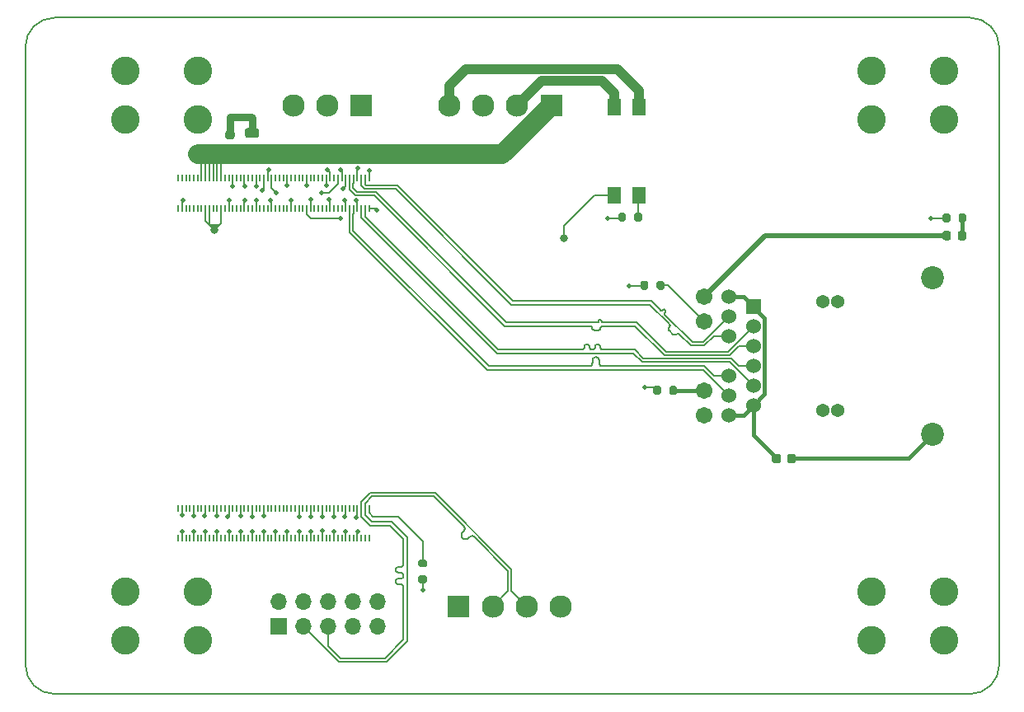
<source format=gbr>
%TF.GenerationSoftware,KiCad,Pcbnew,5.1.10*%
%TF.CreationDate,2021-07-27T11:18:45+02:00*%
%TF.ProjectId,lxbmc,6c78626d-632e-46b6-9963-61645f706362,rev?*%
%TF.SameCoordinates,Original*%
%TF.FileFunction,Copper,L1,Top*%
%TF.FilePolarity,Positive*%
%FSLAX45Y45*%
G04 Gerber Fmt 4.5, Leading zero omitted, Abs format (unit mm)*
G04 Created by KiCad (PCBNEW 5.1.10) date 2021-07-27 11:18:45*
%MOMM*%
%LPD*%
G01*
G04 APERTURE LIST*
%TA.AperFunction,Profile*%
%ADD10C,0.200000*%
%TD*%
%TA.AperFunction,ComponentPad*%
%ADD11C,2.925000*%
%TD*%
%TA.AperFunction,ComponentPad*%
%ADD12C,2.362200*%
%TD*%
%TA.AperFunction,ComponentPad*%
%ADD13C,1.524000*%
%TD*%
%TA.AperFunction,ComponentPad*%
%ADD14C,1.714500*%
%TD*%
%TA.AperFunction,ComponentPad*%
%ADD15C,1.371600*%
%TD*%
%TA.AperFunction,ComponentPad*%
%ADD16R,1.524000X1.524000*%
%TD*%
%TA.AperFunction,SMDPad,CuDef*%
%ADD17R,1.397000X1.701800*%
%TD*%
%TA.AperFunction,SMDPad,CuDef*%
%ADD18R,0.200000X0.700000*%
%TD*%
%TA.AperFunction,ComponentPad*%
%ADD19C,2.300000*%
%TD*%
%TA.AperFunction,ComponentPad*%
%ADD20R,2.300000X2.300000*%
%TD*%
%TA.AperFunction,ComponentPad*%
%ADD21R,1.700000X1.700000*%
%TD*%
%TA.AperFunction,ComponentPad*%
%ADD22O,1.700000X1.700000*%
%TD*%
%TA.AperFunction,ViaPad*%
%ADD23C,0.500000*%
%TD*%
%TA.AperFunction,ViaPad*%
%ADD24C,0.800000*%
%TD*%
%TA.AperFunction,Conductor*%
%ADD25C,0.200000*%
%TD*%
%TA.AperFunction,Conductor*%
%ADD26C,0.800000*%
%TD*%
%TA.AperFunction,Conductor*%
%ADD27C,0.400000*%
%TD*%
%TA.AperFunction,Conductor*%
%ADD28C,1.000000*%
%TD*%
%TA.AperFunction,Conductor*%
%ADD29C,2.000000*%
%TD*%
%TA.AperFunction,Conductor*%
%ADD30C,0.153162*%
%TD*%
%TA.AperFunction,Conductor*%
%ADD31C,0.500000*%
%TD*%
G04 APERTURE END LIST*
D10*
X300000Y-6950000D02*
G75*
G02*
X0Y-6650000I0J300000D01*
G01*
X0Y-300000D02*
G75*
G02*
X300000Y0I300000J0D01*
G01*
X10000000Y-6650000D02*
G75*
G02*
X9700000Y-6950000I-300000J0D01*
G01*
X9700000Y0D02*
G75*
G02*
X10000000Y-300000I0J-300000D01*
G01*
X300000Y0D02*
X9700000Y0D01*
X0Y-6650000D02*
X0Y-300000D01*
X10000000Y-300000D02*
X10000000Y-6650000D01*
X9700000Y-6950000D02*
X300000Y-6950000D01*
D11*
X8685000Y-6400000D03*
X9435000Y-6400000D03*
X8685000Y-5900000D03*
X9435000Y-5900000D03*
X9435000Y-550000D03*
X8685000Y-550000D03*
X9435000Y-1050000D03*
X8685000Y-1050000D03*
X1025000Y-6400000D03*
X1775000Y-6400000D03*
X1025000Y-5900000D03*
X1775000Y-5900000D03*
X1775000Y-550000D03*
X1025000Y-550000D03*
X1775000Y-1050000D03*
X1025000Y-1050000D03*
D12*
X9317500Y-2668550D03*
X9317500Y-4281450D03*
D13*
X7476000Y-3576600D03*
X7476000Y-3779800D03*
X7476000Y-3983000D03*
X7222000Y-3678200D03*
X7222000Y-3881400D03*
X7222000Y-4084600D03*
D14*
X6968000Y-2865400D03*
X6968000Y-3119400D03*
X6968000Y-4084600D03*
X6968000Y-3830600D03*
D15*
X8187200Y-2916200D03*
X8187200Y-4033800D03*
X8339600Y-2916200D03*
X8339600Y-4033800D03*
D16*
X7476000Y-2967000D03*
D13*
X7476000Y-3170200D03*
X7476000Y-3373400D03*
X7222000Y-2865400D03*
X7222000Y-3068600D03*
X7222000Y-3271800D03*
D17*
X6048000Y-1824850D03*
X6302000Y-1824850D03*
X6302000Y-923150D03*
X6048000Y-923150D03*
D18*
X3529000Y-5042000D03*
X1569000Y-5350000D03*
X1609000Y-5350000D03*
X1649000Y-5350000D03*
X1689000Y-5350000D03*
X1729000Y-5350000D03*
X1769000Y-5350000D03*
X1809000Y-5350000D03*
X1849000Y-5350000D03*
X1889000Y-5350000D03*
X1929000Y-5350000D03*
X1969000Y-5350000D03*
X2009000Y-5350000D03*
X2049000Y-5350000D03*
X2089000Y-5350000D03*
X2129000Y-5350000D03*
X2169000Y-5350000D03*
X2209000Y-5350000D03*
X2249000Y-5350000D03*
X2289000Y-5350000D03*
X2329000Y-5350000D03*
X2369000Y-5350000D03*
X2409000Y-5350000D03*
X2449000Y-5350000D03*
X2489000Y-5350000D03*
X2529000Y-5350000D03*
X2569000Y-5350000D03*
X2609000Y-5350000D03*
X2649000Y-5350000D03*
X2689000Y-5350000D03*
X2729000Y-5350000D03*
X2769000Y-5350000D03*
X2809000Y-5350000D03*
X2849000Y-5350000D03*
X2889000Y-5350000D03*
X2929000Y-5350000D03*
X2969000Y-5350000D03*
X3009000Y-5350000D03*
X3049000Y-5350000D03*
X3089000Y-5350000D03*
X3129000Y-5350000D03*
X3169000Y-5350000D03*
X3209000Y-5350000D03*
X3249000Y-5350000D03*
X3289000Y-5350000D03*
X3329000Y-5350000D03*
X3369000Y-5350000D03*
X3409000Y-5350000D03*
X3449000Y-5350000D03*
X3489000Y-5350000D03*
X3529000Y-5350000D03*
X3489000Y-5042000D03*
X3449000Y-5042000D03*
X3409000Y-5042000D03*
X3369000Y-5042000D03*
X3329000Y-5042000D03*
X3289000Y-5042000D03*
X3249000Y-5042000D03*
X3209000Y-5042000D03*
X3169000Y-5042000D03*
X3129000Y-5042000D03*
X3089000Y-5042000D03*
X3049000Y-5042000D03*
X3009000Y-5042000D03*
X2969000Y-5042000D03*
X2929000Y-5042000D03*
X2889000Y-5042000D03*
X2849000Y-5042000D03*
X2809000Y-5042000D03*
X2769000Y-5042000D03*
X2729000Y-5042000D03*
X2689000Y-5042000D03*
X2649000Y-5042000D03*
X2609000Y-5042000D03*
X2569000Y-5042000D03*
X2529000Y-5042000D03*
X2489000Y-5042000D03*
X2449000Y-5042000D03*
X2409000Y-5042000D03*
X2369000Y-5042000D03*
X2329000Y-5042000D03*
X2289000Y-5042000D03*
X2249000Y-5042000D03*
X2209000Y-5042000D03*
X2169000Y-5042000D03*
X2129000Y-5042000D03*
X2089000Y-5042000D03*
X2049000Y-5042000D03*
X2009000Y-5042000D03*
X1969000Y-5042000D03*
X1929000Y-5042000D03*
X1889000Y-5042000D03*
X1849000Y-5042000D03*
X1809000Y-5042000D03*
X1769000Y-5042000D03*
X1729000Y-5042000D03*
X1689000Y-5042000D03*
X1649000Y-5042000D03*
X1609000Y-5042000D03*
X1569000Y-5042000D03*
X3529000Y-1650000D03*
X3529000Y-1958000D03*
X3489000Y-1650000D03*
X3489000Y-1958000D03*
X3449000Y-1650000D03*
X3449000Y-1958000D03*
X3409000Y-1650000D03*
X3409000Y-1958000D03*
X3369000Y-1650000D03*
X3369000Y-1958000D03*
X3329000Y-1650000D03*
X3329000Y-1958000D03*
X3289000Y-1650000D03*
X3289000Y-1958000D03*
X3249000Y-1650000D03*
X3249000Y-1958000D03*
X3209000Y-1650000D03*
X3209000Y-1958000D03*
X3169000Y-1650000D03*
X3169000Y-1958000D03*
X3129000Y-1650000D03*
X3129000Y-1958000D03*
X3089000Y-1650000D03*
X3089000Y-1958000D03*
X3049000Y-1650000D03*
X3049000Y-1958000D03*
X3009000Y-1650000D03*
X3009000Y-1958000D03*
X2969000Y-1650000D03*
X2969000Y-1958000D03*
X2929000Y-1650000D03*
X2929000Y-1958000D03*
X2889000Y-1650000D03*
X2889000Y-1958000D03*
X2849000Y-1650000D03*
X2849000Y-1958000D03*
X2809000Y-1650000D03*
X2809000Y-1958000D03*
X2769000Y-1650000D03*
X2769000Y-1958000D03*
X2729000Y-1650000D03*
X2729000Y-1958000D03*
X2689000Y-1650000D03*
X2689000Y-1958000D03*
X2649000Y-1650000D03*
X2649000Y-1958000D03*
X2609000Y-1650000D03*
X2609000Y-1958000D03*
X2569000Y-1650000D03*
X2569000Y-1958000D03*
X2529000Y-1650000D03*
X2529000Y-1958000D03*
X2489000Y-1650000D03*
X2489000Y-1958000D03*
X2449000Y-1650000D03*
X2449000Y-1958000D03*
X2409000Y-1650000D03*
X2409000Y-1958000D03*
X2369000Y-1650000D03*
X2369000Y-1958000D03*
X2329000Y-1650000D03*
X2329000Y-1958000D03*
X2289000Y-1650000D03*
X2289000Y-1958000D03*
X2249000Y-1650000D03*
X2249000Y-1958000D03*
X2209000Y-1650000D03*
X2209000Y-1958000D03*
X2169000Y-1650000D03*
X2169000Y-1958000D03*
X2129000Y-1650000D03*
X2129000Y-1958000D03*
X2089000Y-1650000D03*
X2089000Y-1958000D03*
X2049000Y-1650000D03*
X2049000Y-1958000D03*
X2009000Y-1650000D03*
X2009000Y-1958000D03*
X1969000Y-1650000D03*
X1969000Y-1958000D03*
X1929000Y-1650000D03*
X1929000Y-1958000D03*
X1889000Y-1650000D03*
X1889000Y-1958000D03*
X1849000Y-1650000D03*
X1849000Y-1958000D03*
X1809000Y-1650000D03*
X1809000Y-1958000D03*
X1769000Y-1650000D03*
X1769000Y-1958000D03*
X1729000Y-1650000D03*
X1729000Y-1958000D03*
X1689000Y-1650000D03*
X1689000Y-1958000D03*
X1649000Y-1650000D03*
X1649000Y-1958000D03*
X1609000Y-1650000D03*
X1609000Y-1958000D03*
X1569000Y-1650000D03*
X1569000Y-1958000D03*
D19*
X5500000Y-6050000D03*
X5150000Y-6050000D03*
X4800000Y-6050000D03*
D20*
X4450000Y-6050000D03*
D19*
X4350000Y-900000D03*
X4700000Y-900000D03*
X5050000Y-900000D03*
D20*
X5400000Y-900000D03*
D19*
X2750000Y-900000D03*
X3100000Y-900000D03*
D20*
X3450000Y-900000D03*
D21*
X2600000Y-6250000D03*
D22*
X2600000Y-5996000D03*
X2854000Y-6250000D03*
X2854000Y-5996000D03*
X3108000Y-6250000D03*
X3108000Y-5996000D03*
X3362000Y-6250000D03*
X3362000Y-5996000D03*
X3616000Y-6250000D03*
X3616000Y-5996000D03*
%TA.AperFunction,SMDPad,CuDef*%
G36*
G01*
X4107500Y-5812500D02*
X4052500Y-5812500D01*
G75*
G02*
X4032500Y-5792500I0J20000D01*
G01*
X4032500Y-5752500D01*
G75*
G02*
X4052500Y-5732500I20000J0D01*
G01*
X4107500Y-5732500D01*
G75*
G02*
X4127500Y-5752500I0J-20000D01*
G01*
X4127500Y-5792500D01*
G75*
G02*
X4107500Y-5812500I-20000J0D01*
G01*
G37*
%TD.AperFunction*%
%TA.AperFunction,SMDPad,CuDef*%
G36*
G01*
X4107500Y-5647500D02*
X4052500Y-5647500D01*
G75*
G02*
X4032500Y-5627500I0J20000D01*
G01*
X4032500Y-5587500D01*
G75*
G02*
X4052500Y-5567500I20000J0D01*
G01*
X4107500Y-5567500D01*
G75*
G02*
X4127500Y-5587500I0J-20000D01*
G01*
X4127500Y-5627500D01*
G75*
G02*
X4107500Y-5647500I-20000J0D01*
G01*
G37*
%TD.AperFunction*%
%TA.AperFunction,SMDPad,CuDef*%
G36*
G01*
X9662500Y-2032500D02*
X9662500Y-2087500D01*
G75*
G02*
X9642500Y-2107500I-20000J0D01*
G01*
X9602500Y-2107500D01*
G75*
G02*
X9582500Y-2087500I0J20000D01*
G01*
X9582500Y-2032500D01*
G75*
G02*
X9602500Y-2012500I20000J0D01*
G01*
X9642500Y-2012500D01*
G75*
G02*
X9662500Y-2032500I0J-20000D01*
G01*
G37*
%TD.AperFunction*%
%TA.AperFunction,SMDPad,CuDef*%
G36*
G01*
X9497500Y-2032500D02*
X9497500Y-2087500D01*
G75*
G02*
X9477500Y-2107500I-20000J0D01*
G01*
X9437500Y-2107500D01*
G75*
G02*
X9417500Y-2087500I0J20000D01*
G01*
X9417500Y-2032500D01*
G75*
G02*
X9437500Y-2012500I20000J0D01*
G01*
X9477500Y-2012500D01*
G75*
G02*
X9497500Y-2032500I0J-20000D01*
G01*
G37*
%TD.AperFunction*%
%TA.AperFunction,SMDPad,CuDef*%
G36*
G01*
X6252500Y-2077500D02*
X6252500Y-2022500D01*
G75*
G02*
X6272500Y-2002500I20000J0D01*
G01*
X6312500Y-2002500D01*
G75*
G02*
X6332500Y-2022500I0J-20000D01*
G01*
X6332500Y-2077500D01*
G75*
G02*
X6312500Y-2097500I-20000J0D01*
G01*
X6272500Y-2097500D01*
G75*
G02*
X6252500Y-2077500I0J20000D01*
G01*
G37*
%TD.AperFunction*%
%TA.AperFunction,SMDPad,CuDef*%
G36*
G01*
X6087500Y-2077500D02*
X6087500Y-2022500D01*
G75*
G02*
X6107500Y-2002500I20000J0D01*
G01*
X6147500Y-2002500D01*
G75*
G02*
X6167500Y-2022500I0J-20000D01*
G01*
X6167500Y-2077500D01*
G75*
G02*
X6147500Y-2097500I-20000J0D01*
G01*
X6107500Y-2097500D01*
G75*
G02*
X6087500Y-2077500I0J20000D01*
G01*
G37*
%TD.AperFunction*%
%TA.AperFunction,SMDPad,CuDef*%
G36*
G01*
X6447500Y-3857500D02*
X6447500Y-3802500D01*
G75*
G02*
X6467500Y-3782500I20000J0D01*
G01*
X6507500Y-3782500D01*
G75*
G02*
X6527500Y-3802500I0J-20000D01*
G01*
X6527500Y-3857500D01*
G75*
G02*
X6507500Y-3877500I-20000J0D01*
G01*
X6467500Y-3877500D01*
G75*
G02*
X6447500Y-3857500I0J20000D01*
G01*
G37*
%TD.AperFunction*%
%TA.AperFunction,SMDPad,CuDef*%
G36*
G01*
X6612500Y-3857500D02*
X6612500Y-3802500D01*
G75*
G02*
X6632500Y-3782500I20000J0D01*
G01*
X6672500Y-3782500D01*
G75*
G02*
X6692500Y-3802500I0J-20000D01*
G01*
X6692500Y-3857500D01*
G75*
G02*
X6672500Y-3877500I-20000J0D01*
G01*
X6632500Y-3877500D01*
G75*
G02*
X6612500Y-3857500I0J20000D01*
G01*
G37*
%TD.AperFunction*%
%TA.AperFunction,SMDPad,CuDef*%
G36*
G01*
X6317500Y-2777500D02*
X6317500Y-2722500D01*
G75*
G02*
X6337500Y-2702500I20000J0D01*
G01*
X6377500Y-2702500D01*
G75*
G02*
X6397500Y-2722500I0J-20000D01*
G01*
X6397500Y-2777500D01*
G75*
G02*
X6377500Y-2797500I-20000J0D01*
G01*
X6337500Y-2797500D01*
G75*
G02*
X6317500Y-2777500I0J20000D01*
G01*
G37*
%TD.AperFunction*%
%TA.AperFunction,SMDPad,CuDef*%
G36*
G01*
X6482500Y-2777500D02*
X6482500Y-2722500D01*
G75*
G02*
X6502500Y-2702500I20000J0D01*
G01*
X6542500Y-2702500D01*
G75*
G02*
X6562500Y-2722500I0J-20000D01*
G01*
X6562500Y-2777500D01*
G75*
G02*
X6542500Y-2797500I-20000J0D01*
G01*
X6502500Y-2797500D01*
G75*
G02*
X6482500Y-2777500I0J20000D01*
G01*
G37*
%TD.AperFunction*%
%TA.AperFunction,SMDPad,CuDef*%
G36*
G01*
X9662500Y-2214375D02*
X9662500Y-2265625D01*
G75*
G02*
X9640625Y-2287500I-21875J0D01*
G01*
X9596875Y-2287500D01*
G75*
G02*
X9575000Y-2265625I0J21875D01*
G01*
X9575000Y-2214375D01*
G75*
G02*
X9596875Y-2192500I21875J0D01*
G01*
X9640625Y-2192500D01*
G75*
G02*
X9662500Y-2214375I0J-21875D01*
G01*
G37*
%TD.AperFunction*%
%TA.AperFunction,SMDPad,CuDef*%
G36*
G01*
X9505000Y-2214375D02*
X9505000Y-2265625D01*
G75*
G02*
X9483125Y-2287500I-21875J0D01*
G01*
X9439375Y-2287500D01*
G75*
G02*
X9417500Y-2265625I0J21875D01*
G01*
X9417500Y-2214375D01*
G75*
G02*
X9439375Y-2192500I21875J0D01*
G01*
X9483125Y-2192500D01*
G75*
G02*
X9505000Y-2214375I0J-21875D01*
G01*
G37*
%TD.AperFunction*%
%TA.AperFunction,SMDPad,CuDef*%
G36*
G01*
X7912500Y-4505000D02*
X7912500Y-4555000D01*
G75*
G02*
X7890000Y-4577500I-22500J0D01*
G01*
X7845000Y-4577500D01*
G75*
G02*
X7822500Y-4555000I0J22500D01*
G01*
X7822500Y-4505000D01*
G75*
G02*
X7845000Y-4482500I22500J0D01*
G01*
X7890000Y-4482500D01*
G75*
G02*
X7912500Y-4505000I0J-22500D01*
G01*
G37*
%TD.AperFunction*%
%TA.AperFunction,SMDPad,CuDef*%
G36*
G01*
X7757500Y-4505000D02*
X7757500Y-4555000D01*
G75*
G02*
X7735000Y-4577500I-22500J0D01*
G01*
X7690000Y-4577500D01*
G75*
G02*
X7667500Y-4555000I0J22500D01*
G01*
X7667500Y-4505000D01*
G75*
G02*
X7690000Y-4482500I22500J0D01*
G01*
X7735000Y-4482500D01*
G75*
G02*
X7757500Y-4505000I0J-22500D01*
G01*
G37*
%TD.AperFunction*%
%TA.AperFunction,SMDPad,CuDef*%
G36*
G01*
X2375000Y-1425000D02*
X2280000Y-1425000D01*
G75*
G02*
X2255000Y-1400000I0J25000D01*
G01*
X2255000Y-1350000D01*
G75*
G02*
X2280000Y-1325000I25000J0D01*
G01*
X2375000Y-1325000D01*
G75*
G02*
X2400000Y-1350000I0J-25000D01*
G01*
X2400000Y-1400000D01*
G75*
G02*
X2375000Y-1425000I-25000J0D01*
G01*
G37*
%TD.AperFunction*%
%TA.AperFunction,SMDPad,CuDef*%
G36*
G01*
X2375000Y-1235000D02*
X2280000Y-1235000D01*
G75*
G02*
X2255000Y-1210000I0J25000D01*
G01*
X2255000Y-1160000D01*
G75*
G02*
X2280000Y-1135000I25000J0D01*
G01*
X2375000Y-1135000D01*
G75*
G02*
X2400000Y-1160000I0J-25000D01*
G01*
X2400000Y-1210000D01*
G75*
G02*
X2375000Y-1235000I-25000J0D01*
G01*
G37*
%TD.AperFunction*%
%TA.AperFunction,SMDPad,CuDef*%
G36*
G01*
X2126400Y-1404100D02*
X2076400Y-1404100D01*
G75*
G02*
X2053900Y-1381600I0J22500D01*
G01*
X2053900Y-1336600D01*
G75*
G02*
X2076400Y-1314100I22500J0D01*
G01*
X2126400Y-1314100D01*
G75*
G02*
X2148900Y-1336600I0J-22500D01*
G01*
X2148900Y-1381600D01*
G75*
G02*
X2126400Y-1404100I-22500J0D01*
G01*
G37*
%TD.AperFunction*%
%TA.AperFunction,SMDPad,CuDef*%
G36*
G01*
X2126400Y-1249100D02*
X2076400Y-1249100D01*
G75*
G02*
X2053900Y-1226600I0J22500D01*
G01*
X2053900Y-1181600D01*
G75*
G02*
X2076400Y-1159100I22500J0D01*
G01*
X2126400Y-1159100D01*
G75*
G02*
X2148900Y-1181600I0J-22500D01*
G01*
X2148900Y-1226600D01*
G75*
G02*
X2126400Y-1249100I-22500J0D01*
G01*
G37*
%TD.AperFunction*%
D23*
X2090000Y-1880000D03*
X1620000Y-1880000D03*
X2370000Y-1880000D03*
X2520000Y-1880000D03*
X2730000Y-1880000D03*
X2930000Y-1870000D03*
X3120000Y-1870000D03*
X3280000Y-1880000D03*
X3400000Y-1880476D03*
X3610000Y-1980000D03*
X3410000Y-1550000D03*
X3530000Y-1570000D03*
X3090000Y-1720000D03*
X2890000Y-1720000D03*
X2690000Y-1720000D03*
X2370000Y-1730000D03*
X2250000Y-1730000D03*
X2130000Y-1730000D03*
X1609295Y-5110803D03*
X1730000Y-5120000D03*
X1840000Y-5120000D03*
X1970000Y-5120000D03*
X2080000Y-5130000D03*
X2210000Y-5120000D03*
X2330000Y-5130000D03*
X2450000Y-5120000D03*
X2810000Y-5130000D03*
X2930000Y-5130000D03*
X3050000Y-5130000D03*
X3170000Y-5130000D03*
X3280000Y-5130000D03*
X3400000Y-5140000D03*
X3410000Y-5280000D03*
X3290000Y-5280000D03*
X3170000Y-5280000D03*
X3050000Y-5270000D03*
X2930000Y-5280000D03*
X2810000Y-5280000D03*
X2690000Y-5280000D03*
X2570000Y-5280000D03*
X2449196Y-5281284D03*
X2329196Y-5281284D03*
X2209189Y-5281291D03*
X2089196Y-5281284D03*
X1962152Y-5276413D03*
X1850000Y-5280000D03*
X1730000Y-5280000D03*
X1610000Y-5280000D03*
X2100000Y-1020000D03*
X2330000Y-1030000D03*
X2210000Y-1020000D03*
X3260000Y-1760000D03*
X4080000Y-5880000D03*
X2500000Y-1560000D03*
X2250000Y-1875000D03*
X2580000Y-1800000D03*
X2433591Y-1777864D03*
D24*
X5530000Y-2270000D03*
X1940000Y-2180000D03*
D23*
X6200000Y-2760000D03*
X3040000Y-1800000D03*
X3240000Y-1560000D03*
X6360000Y-3800000D03*
X3240000Y-2060000D03*
X5980000Y-2060000D03*
X3100000Y-1560000D03*
X9300000Y-2060000D03*
D25*
X2089000Y-1881000D02*
X2090000Y-1880000D01*
X2089000Y-1958000D02*
X2089000Y-1881000D01*
X1609000Y-1891000D02*
X1620000Y-1880000D01*
X1609000Y-1958000D02*
X1609000Y-1891000D01*
X2369000Y-1881000D02*
X2370000Y-1880000D01*
X2369000Y-1958000D02*
X2369000Y-1881000D01*
X2529000Y-1889000D02*
X2520000Y-1880000D01*
X2529000Y-1958000D02*
X2529000Y-1889000D01*
X2729000Y-1881000D02*
X2730000Y-1880000D01*
X2729000Y-1958000D02*
X2729000Y-1881000D01*
X2929000Y-1871000D02*
X2930000Y-1870000D01*
X2929000Y-1958000D02*
X2929000Y-1871000D01*
X3129000Y-1879000D02*
X3120000Y-1870000D01*
X3129000Y-1958000D02*
X3129000Y-1879000D01*
X3289000Y-1889000D02*
X3280000Y-1880000D01*
X3289000Y-1958000D02*
X3289000Y-1889000D01*
X3409000Y-1889476D02*
X3400000Y-1880476D01*
X3409000Y-1958000D02*
X3409000Y-1889476D01*
X3588000Y-1958000D02*
X3610000Y-1980000D01*
X3529000Y-1958000D02*
X3588000Y-1958000D01*
X3409000Y-1551000D02*
X3410000Y-1550000D01*
X3409000Y-1650000D02*
X3409000Y-1551000D01*
X3529000Y-1571000D02*
X3530000Y-1570000D01*
X3529000Y-1650000D02*
X3529000Y-1571000D01*
X3089000Y-1719000D02*
X3090000Y-1720000D01*
X3089000Y-1650000D02*
X3089000Y-1719000D01*
X2889000Y-1719000D02*
X2890000Y-1720000D01*
X2889000Y-1650000D02*
X2889000Y-1719000D01*
X2689000Y-1719000D02*
X2690000Y-1720000D01*
X2689000Y-1650000D02*
X2689000Y-1719000D01*
X2369000Y-1729000D02*
X2370000Y-1730000D01*
X2369000Y-1650000D02*
X2369000Y-1729000D01*
X2249000Y-1729000D02*
X2250000Y-1730000D01*
X2249000Y-1650000D02*
X2249000Y-1729000D01*
X2129000Y-1729000D02*
X2130000Y-1730000D01*
X2129000Y-1650000D02*
X2129000Y-1729000D01*
X1609000Y-5110508D02*
X1609295Y-5110803D01*
X1609000Y-5042000D02*
X1609000Y-5110508D01*
X1729000Y-5119000D02*
X1730000Y-5120000D01*
X1729000Y-5042000D02*
X1729000Y-5119000D01*
X1849000Y-5111000D02*
X1840000Y-5120000D01*
X1849000Y-5042000D02*
X1849000Y-5111000D01*
X1969000Y-5119000D02*
X1970000Y-5120000D01*
X1969000Y-5042000D02*
X1969000Y-5119000D01*
X2089000Y-5121000D02*
X2080000Y-5130000D01*
X2089000Y-5042000D02*
X2089000Y-5121000D01*
X2209000Y-5119000D02*
X2210000Y-5120000D01*
X2209000Y-5042000D02*
X2209000Y-5119000D01*
X2329000Y-5129000D02*
X2330000Y-5130000D01*
X2329000Y-5042000D02*
X2329000Y-5129000D01*
X2449000Y-5119000D02*
X2450000Y-5120000D01*
X2449000Y-5042000D02*
X2449000Y-5119000D01*
X2809000Y-5129000D02*
X2810000Y-5130000D01*
X2809000Y-5042000D02*
X2809000Y-5129000D01*
X2929000Y-5129000D02*
X2930000Y-5130000D01*
X2929000Y-5042000D02*
X2929000Y-5129000D01*
X3049000Y-5129000D02*
X3050000Y-5130000D01*
X3049000Y-5042000D02*
X3049000Y-5129000D01*
X3169000Y-5129000D02*
X3170000Y-5130000D01*
X3169000Y-5042000D02*
X3169000Y-5129000D01*
X3289000Y-5121000D02*
X3280000Y-5130000D01*
X3289000Y-5042000D02*
X3289000Y-5121000D01*
X3409000Y-5131000D02*
X3400000Y-5140000D01*
X3409000Y-5042000D02*
X3409000Y-5131000D01*
X3409000Y-5281000D02*
X3410000Y-5280000D01*
X3409000Y-5350000D02*
X3409000Y-5281000D01*
X3289000Y-5281000D02*
X3290000Y-5280000D01*
X3289000Y-5350000D02*
X3289000Y-5281000D01*
X3169000Y-5281000D02*
X3170000Y-5280000D01*
X3169000Y-5350000D02*
X3169000Y-5281000D01*
X3049000Y-5271000D02*
X3050000Y-5270000D01*
X3049000Y-5350000D02*
X3049000Y-5271000D01*
X2929000Y-5281000D02*
X2930000Y-5280000D01*
X2929000Y-5350000D02*
X2929000Y-5281000D01*
X2809000Y-5281000D02*
X2810000Y-5280000D01*
X2809000Y-5350000D02*
X2809000Y-5281000D01*
X2689000Y-5281000D02*
X2690000Y-5280000D01*
X2689000Y-5350000D02*
X2689000Y-5281000D01*
X2569000Y-5281000D02*
X2570000Y-5280000D01*
X2569000Y-5350000D02*
X2569000Y-5281000D01*
X2449000Y-5281481D02*
X2449196Y-5281284D01*
X2449000Y-5350000D02*
X2449000Y-5281481D01*
X2329000Y-5281481D02*
X2329196Y-5281284D01*
X2329000Y-5350000D02*
X2329000Y-5281481D01*
X2209000Y-5350000D02*
X2209000Y-5291000D01*
X2209189Y-5290811D02*
X2209189Y-5281291D01*
X2209000Y-5291000D02*
X2209189Y-5290811D01*
X2089000Y-5281481D02*
X2089196Y-5281284D01*
X2089000Y-5350000D02*
X2089000Y-5281481D01*
X1969000Y-5283260D02*
X1962152Y-5276413D01*
X1969000Y-5350000D02*
X1969000Y-5283260D01*
X1849000Y-5281000D02*
X1850000Y-5280000D01*
X1849000Y-5350000D02*
X1849000Y-5281000D01*
X1729000Y-5281000D02*
X1730000Y-5280000D01*
X1729000Y-5350000D02*
X1729000Y-5281000D01*
X1609000Y-5281000D02*
X1610000Y-5280000D01*
X1609000Y-5350000D02*
X1609000Y-5281000D01*
D26*
X2101400Y-1021400D02*
X2100000Y-1020000D01*
X2101400Y-1204100D02*
X2101400Y-1021400D01*
X2327500Y-1032500D02*
X2330000Y-1030000D01*
X2327500Y-1185000D02*
X2327500Y-1032500D01*
X2320000Y-1020000D02*
X2330000Y-1030000D01*
X2100000Y-1020000D02*
X2210000Y-1020000D01*
X2210000Y-1020000D02*
X2320000Y-1020000D01*
D27*
X9068950Y-4530000D02*
X9317500Y-4281450D01*
X7867500Y-4530000D02*
X9068950Y-4530000D01*
D25*
X3289000Y-1731000D02*
X3260000Y-1760000D01*
X3289000Y-1650000D02*
X3289000Y-1731000D01*
X4080000Y-5772500D02*
X4080000Y-5880000D01*
X2489000Y-1571000D02*
X2500000Y-1560000D01*
X2489000Y-1650000D02*
X2489000Y-1571000D01*
X2249000Y-1876000D02*
X2250000Y-1875000D01*
X2249000Y-1958000D02*
X2249000Y-1876000D01*
D28*
X6302000Y-753000D02*
X6302000Y-923150D01*
X6078999Y-529999D02*
X6302000Y-753000D01*
X4520001Y-529999D02*
X6078999Y-529999D01*
X4350000Y-700000D02*
X4520001Y-529999D01*
X4350000Y-900000D02*
X4350000Y-700000D01*
D29*
X5400000Y-900000D02*
X4895000Y-1405000D01*
D25*
X1809000Y-1439000D02*
X1775000Y-1405000D01*
X1809000Y-1650000D02*
X1809000Y-1439000D01*
X1849000Y-1479000D02*
X1775000Y-1405000D01*
X1849000Y-1650000D02*
X1849000Y-1479000D01*
X1889000Y-1431000D02*
X1915000Y-1405000D01*
X1889000Y-1650000D02*
X1889000Y-1431000D01*
D29*
X1915000Y-1405000D02*
X1775000Y-1405000D01*
D25*
X1929000Y-1419000D02*
X1915000Y-1405000D01*
X1929000Y-1650000D02*
X1929000Y-1419000D01*
X1969000Y-1459000D02*
X1915000Y-1405000D01*
X1969000Y-1650000D02*
X1969000Y-1459000D01*
X2009000Y-1459000D02*
X1955000Y-1405000D01*
X2009000Y-1650000D02*
X2009000Y-1459000D01*
D29*
X1955000Y-1405000D02*
X1915000Y-1405000D01*
X4895000Y-1405000D02*
X1955000Y-1405000D01*
D30*
X3451182Y-4973620D02*
X3542619Y-4882182D01*
X4992818Y-5892818D02*
X5150000Y-6050000D01*
X3449000Y-5017000D02*
X3451182Y-5014818D01*
X3449000Y-5042000D02*
X3449000Y-5017000D01*
X3451182Y-5014818D02*
X3451182Y-4973620D01*
X3542619Y-4882182D02*
X4207381Y-4882182D01*
X4992818Y-5667619D02*
X4992818Y-5892818D01*
X4207381Y-4882182D02*
X4992818Y-5667619D01*
X3449000Y-5094500D02*
X3449000Y-5042000D01*
X3742619Y-5217818D02*
X3542619Y-5217818D01*
X3881430Y-5618857D02*
X3882182Y-5612182D01*
X3451182Y-5096682D02*
X3449000Y-5094500D01*
X3870887Y-5635637D02*
X3875637Y-5630886D01*
X3858858Y-5641430D02*
X3865198Y-5639211D01*
X3870887Y-5755637D02*
X3875637Y-5750886D01*
X3827421Y-5762934D02*
X3834097Y-5762182D01*
X3821080Y-5765153D02*
X3827421Y-5762934D01*
X3815392Y-5768727D02*
X3821080Y-5765153D01*
X3807068Y-5779165D02*
X3810642Y-5773477D01*
X3879211Y-5745198D02*
X3881430Y-5738857D01*
X3882182Y-5357381D02*
X3742619Y-5217818D01*
X3804849Y-5785506D02*
X3807068Y-5779165D01*
X3807068Y-5805198D02*
X3804849Y-5798857D01*
X3804097Y-5792182D02*
X3804849Y-5785506D01*
X3821080Y-5819211D02*
X3815392Y-5815637D01*
X3827421Y-5821430D02*
X3821080Y-5819211D01*
X3865198Y-5639211D02*
X3870887Y-5635637D01*
X3810642Y-5690886D02*
X3807068Y-5685198D01*
X3834097Y-5822182D02*
X3827421Y-5821430D01*
X3870887Y-5828727D02*
X3865198Y-5825153D01*
X3815392Y-5815637D02*
X3810642Y-5810886D01*
X3858858Y-5761430D02*
X3865198Y-5759211D01*
X3882182Y-5732182D02*
X3881430Y-5725506D01*
X3108000Y-6250000D02*
X3108000Y-6453603D01*
X3108000Y-6453603D02*
X3236579Y-6582182D01*
X3882182Y-6392619D02*
X3882182Y-5852182D01*
X3881430Y-5845506D02*
X3879211Y-5839165D01*
X3827421Y-5701430D02*
X3821080Y-5699211D01*
X3236579Y-6582182D02*
X3692619Y-6582182D01*
X3815392Y-5648727D02*
X3821080Y-5645153D01*
X3875637Y-5630886D02*
X3879211Y-5625198D01*
X3804849Y-5798857D02*
X3804097Y-5792182D01*
X3882182Y-5852182D02*
X3881430Y-5845506D01*
X3692619Y-6582182D02*
X3882182Y-6392619D01*
X3542619Y-5217818D02*
X3451182Y-5126381D01*
X3810642Y-5773477D02*
X3815392Y-5768727D01*
X3810642Y-5810886D02*
X3807068Y-5805198D01*
X3875637Y-5713477D02*
X3870887Y-5708727D01*
X3875637Y-5833477D02*
X3870887Y-5828727D01*
X3852182Y-5822182D02*
X3834097Y-5822182D01*
X3858858Y-5822934D02*
X3852182Y-5822182D01*
X3879211Y-5839165D02*
X3875637Y-5833477D01*
X3865198Y-5825153D02*
X3858858Y-5822934D01*
X3865198Y-5759211D02*
X3870887Y-5755637D01*
X3875637Y-5750886D02*
X3879211Y-5745198D01*
X3879211Y-5625198D02*
X3881430Y-5618857D01*
X3865198Y-5705153D02*
X3858858Y-5702934D01*
X3879211Y-5719165D02*
X3875637Y-5713477D01*
X3804849Y-5665506D02*
X3807068Y-5659165D01*
X3834097Y-5642182D02*
X3852182Y-5642182D01*
X3810642Y-5653477D02*
X3815392Y-5648727D01*
X3451182Y-5126381D02*
X3451182Y-5096682D01*
X3881430Y-5738857D02*
X3882182Y-5732182D01*
X3870887Y-5708727D02*
X3865198Y-5705153D01*
X3881430Y-5725506D02*
X3879211Y-5719165D01*
X3815392Y-5695637D02*
X3810642Y-5690886D01*
X3804097Y-5672182D02*
X3804849Y-5665506D01*
X3852182Y-5762182D02*
X3858858Y-5761430D01*
X3852182Y-5702182D02*
X3834097Y-5702182D01*
X3882182Y-5612182D02*
X3882182Y-5357381D01*
X3834097Y-5762182D02*
X3852182Y-5762182D01*
X3834097Y-5702182D02*
X3827421Y-5701430D01*
X3804849Y-5678857D02*
X3804097Y-5672182D01*
X3858858Y-5702934D02*
X3852182Y-5702182D01*
X3821080Y-5699211D02*
X3815392Y-5695637D01*
X3807068Y-5659165D02*
X3810642Y-5653477D01*
X3821080Y-5645153D02*
X3827421Y-5642934D01*
X3807068Y-5685198D02*
X3804849Y-5678857D01*
X3827421Y-5642934D02*
X3834097Y-5642182D01*
X3852182Y-5642182D02*
X3858858Y-5641430D01*
X3917818Y-6407380D02*
X3917818Y-5342620D01*
X3221818Y-6617818D02*
X3707380Y-6617818D01*
X2854000Y-6250000D02*
X3221818Y-6617818D01*
X3917818Y-5342620D02*
X3757380Y-5182182D01*
X3707380Y-6617818D02*
X3917818Y-6407380D01*
X3757380Y-5182182D02*
X3557380Y-5182182D01*
X3489000Y-5094500D02*
X3489000Y-5042000D01*
X3557380Y-5182182D02*
X3486818Y-5111620D01*
X3486818Y-5096682D02*
X3489000Y-5094500D01*
X3486818Y-5111620D02*
X3486818Y-5096682D01*
X3489000Y-5037000D02*
X3489000Y-5042000D01*
X3486818Y-5014818D02*
X3489000Y-5017000D01*
X4192619Y-4917818D02*
X3557380Y-4917818D01*
X3489000Y-5017000D02*
X3489000Y-5037000D01*
X4504848Y-5231465D02*
X4499264Y-5224462D01*
X3557380Y-4917818D02*
X3486818Y-4988381D01*
X4508735Y-5239535D02*
X4504848Y-5231465D01*
X4510728Y-5248268D02*
X4508735Y-5239535D01*
X4570905Y-5328128D02*
X4562835Y-5332015D01*
X4957182Y-5892818D02*
X4957182Y-5682380D01*
X4579638Y-5326135D02*
X4570905Y-5328128D01*
X4496619Y-5352832D02*
X4489616Y-5347247D01*
X4531111Y-5356718D02*
X4522379Y-5358712D01*
X4597328Y-5328128D02*
X4588595Y-5326135D01*
X4605398Y-5332015D02*
X4597328Y-5328128D01*
X4612401Y-5337599D02*
X4605398Y-5332015D01*
X4539181Y-5352832D02*
X4531111Y-5356718D01*
X4957182Y-5682380D02*
X4612401Y-5337599D01*
X4555832Y-5337599D02*
X4546184Y-5347247D01*
X4484031Y-5297682D02*
X4489616Y-5290679D01*
X3486818Y-4988381D02*
X3486818Y-5014818D01*
X4546184Y-5347247D02*
X4539181Y-5352832D01*
X4480145Y-5305752D02*
X4484031Y-5297682D01*
X4508735Y-5265958D02*
X4510728Y-5257225D01*
X4562835Y-5332015D02*
X4555832Y-5337599D01*
X4522379Y-5358712D02*
X4513421Y-5358712D01*
X4499264Y-5281031D02*
X4504848Y-5274028D01*
X4800000Y-6050000D02*
X4957182Y-5892818D01*
X4504689Y-5356718D02*
X4496619Y-5352832D01*
X4588595Y-5326135D02*
X4579638Y-5326135D01*
X4489616Y-5347247D02*
X4484031Y-5340244D01*
X4484031Y-5340244D02*
X4480145Y-5332174D01*
X4480145Y-5332174D02*
X4478151Y-5323442D01*
X4513421Y-5358712D02*
X4504689Y-5356718D01*
X4478151Y-5323442D02*
X4478151Y-5314484D01*
X4499264Y-5224462D02*
X4192619Y-4917818D01*
X4478151Y-5314484D02*
X4480145Y-5305752D01*
X4489616Y-5290679D02*
X4499264Y-5281031D01*
X4510728Y-5257225D02*
X4510728Y-5248268D01*
X4504848Y-5274028D02*
X4508735Y-5265958D01*
D28*
X6048000Y-780000D02*
X6048000Y-923150D01*
X5918000Y-650000D02*
X6048000Y-780000D01*
X5300000Y-650000D02*
X5918000Y-650000D01*
X5050000Y-900000D02*
X5300000Y-650000D01*
D25*
X6598600Y-2750000D02*
X6522500Y-2750000D01*
X6968000Y-3119400D02*
X6598600Y-2750000D01*
D27*
X6967400Y-3830000D02*
X6968000Y-3830600D01*
X6652500Y-3830000D02*
X6967400Y-3830000D01*
D25*
X2529000Y-1749000D02*
X2580000Y-1800000D01*
X2529000Y-1650000D02*
X2529000Y-1749000D01*
X2449000Y-1650000D02*
X2449000Y-1762455D01*
X2449000Y-1762455D02*
X2433591Y-1777864D01*
D27*
X7374400Y-2865400D02*
X7476000Y-2967000D01*
X7222000Y-2865400D02*
X7374400Y-2865400D01*
X7592200Y-3866800D02*
X7476000Y-3983000D01*
X7592200Y-3083200D02*
X7592200Y-3866800D01*
X7476000Y-2967000D02*
X7592200Y-3083200D01*
X7374400Y-4084600D02*
X7476000Y-3983000D01*
X7222000Y-4084600D02*
X7374400Y-4084600D01*
X7476000Y-4293500D02*
X7712500Y-4530000D01*
X7476000Y-3983000D02*
X7476000Y-4293500D01*
D25*
X1849000Y-2089000D02*
X1940000Y-2180000D01*
X1849000Y-1958000D02*
X1849000Y-2089000D01*
X1889000Y-2129000D02*
X1940000Y-2180000D01*
X1889000Y-1958000D02*
X1889000Y-2129000D01*
X2009000Y-1958000D02*
X2009000Y-2111000D01*
X1989000Y-2129000D02*
X1990000Y-2130000D01*
X2009000Y-2111000D02*
X1990000Y-2130000D01*
X1975000Y-2145000D02*
X1925000Y-2145000D01*
X1990000Y-2130000D02*
X1975000Y-2145000D01*
X1975000Y-2145000D02*
X1940000Y-2180000D01*
X1925000Y-2145000D02*
X1909000Y-2129000D01*
X1899000Y-2129000D02*
X1989000Y-2129000D01*
X1909000Y-2129000D02*
X1899000Y-2129000D01*
X1889000Y-2129000D02*
X1899000Y-2129000D01*
D31*
X6968000Y-2865400D02*
X7593400Y-2240000D01*
X7593400Y-2240000D02*
X9240000Y-2240000D01*
X9240000Y-2240000D02*
X9461250Y-2240000D01*
D25*
X6048000Y-1824850D02*
X5842150Y-1824850D01*
X5530000Y-2137000D02*
X5530000Y-2270000D01*
X5842150Y-1824850D02*
X5530000Y-2137000D01*
D27*
X9618750Y-2063750D02*
X9622500Y-2060000D01*
X9618750Y-2240000D02*
X9618750Y-2063750D01*
D30*
X3489000Y-2010500D02*
X3489000Y-1958000D01*
X3486818Y-2041619D02*
X3486818Y-2012682D01*
X5733682Y-3401828D02*
X5729328Y-3406182D01*
X5729328Y-3406182D02*
X5724114Y-3409458D01*
X5849682Y-3384682D02*
X5848992Y-3390801D01*
X5852405Y-3371849D02*
X5850371Y-3377662D01*
X5855681Y-3366635D02*
X5852405Y-3371849D01*
X5860036Y-3362281D02*
X5855681Y-3366635D01*
X5834114Y-3409458D02*
X5828301Y-3411492D01*
X6257380Y-3412182D02*
X5932182Y-3412182D01*
X5894328Y-3362281D02*
X5889114Y-3359005D01*
X5794682Y-3383781D02*
X5793992Y-3377662D01*
X5745681Y-3366635D02*
X5742405Y-3371849D01*
X5871062Y-3356971D02*
X5865250Y-3359005D01*
X5901958Y-3371849D02*
X5898682Y-3366635D01*
X5910681Y-3401828D02*
X5907405Y-3396614D01*
X5773301Y-3356971D02*
X5767182Y-3356281D01*
X5724114Y-3409458D02*
X5718301Y-3411492D01*
X5736958Y-3396614D02*
X5733682Y-3401828D01*
X5904682Y-3383781D02*
X5903992Y-3377662D01*
X5738992Y-3390801D02*
X5736958Y-3396614D01*
X5898682Y-3366635D02*
X5894328Y-3362281D01*
X5903992Y-3377662D02*
X5901958Y-3371849D01*
X3486818Y-2012682D02*
X3489000Y-2010500D01*
X5843682Y-3401828D02*
X5839328Y-3406182D01*
X5849682Y-3383781D02*
X5849682Y-3384682D01*
X5907405Y-3396614D02*
X5905371Y-3390801D01*
X5846958Y-3396614D02*
X5843682Y-3401828D01*
X5926062Y-3411492D02*
X5920250Y-3409458D01*
X7248779Y-3502182D02*
X6347380Y-3502182D01*
X5850371Y-3377662D02*
X5849682Y-3383781D01*
X5889114Y-3359005D02*
X5883301Y-3356971D01*
X6347380Y-3502182D02*
X6257380Y-3412182D01*
X5877182Y-3356281D02*
X5871062Y-3356971D01*
X5791958Y-3371849D02*
X5788682Y-3366635D01*
X5932182Y-3412182D02*
X5926062Y-3411492D01*
X5915036Y-3406182D02*
X5910681Y-3401828D01*
X5920250Y-3409458D02*
X5915036Y-3406182D01*
X5800681Y-3401828D02*
X5797405Y-3396614D01*
X5865250Y-3359005D02*
X5860036Y-3362281D01*
X5848992Y-3390801D02*
X5846958Y-3396614D01*
X7476000Y-3576600D02*
X7323197Y-3576600D01*
X5839328Y-3406182D02*
X5834114Y-3409458D01*
X5828301Y-3411492D02*
X5822182Y-3412182D01*
X4857381Y-3412182D02*
X3486818Y-2041619D01*
X5816062Y-3411492D02*
X5810250Y-3409458D01*
X5805036Y-3406182D02*
X5800681Y-3401828D01*
X5810250Y-3409458D02*
X5805036Y-3406182D01*
X5797405Y-3396614D02*
X5795371Y-3390801D01*
X5905371Y-3390801D02*
X5904682Y-3384682D01*
X5795371Y-3390801D02*
X5794682Y-3384682D01*
X5904682Y-3384682D02*
X5904682Y-3383781D01*
X5788682Y-3366635D02*
X5784328Y-3362281D01*
X5794682Y-3384682D02*
X5794682Y-3383781D01*
X5740371Y-3377662D02*
X5739682Y-3383781D01*
X5793992Y-3377662D02*
X5791958Y-3371849D01*
X5784328Y-3362281D02*
X5779114Y-3359005D01*
X7323197Y-3576600D02*
X7248779Y-3502182D01*
X5779114Y-3359005D02*
X5773301Y-3356971D01*
X5767182Y-3356281D02*
X5761062Y-3356971D01*
X5712182Y-3412182D02*
X4857381Y-3412182D01*
X5739682Y-3384682D02*
X5738992Y-3390801D01*
X5718301Y-3411492D02*
X5712182Y-3412182D01*
X5822182Y-3412182D02*
X5816062Y-3411492D01*
X5761062Y-3356971D02*
X5755250Y-3359005D01*
X5883301Y-3356971D02*
X5877182Y-3356281D01*
X5742405Y-3371849D02*
X5740371Y-3377662D01*
X5755250Y-3359005D02*
X5750036Y-3362281D01*
X5750036Y-3362281D02*
X5745681Y-3366635D01*
X5739682Y-3383781D02*
X5739682Y-3384682D01*
X7234018Y-3537818D02*
X6332619Y-3537818D01*
X7476000Y-3779800D02*
X7234018Y-3537818D01*
X6332619Y-3537818D02*
X6242619Y-3447818D01*
X6242619Y-3447818D02*
X4842620Y-3447818D01*
X3449000Y-2010500D02*
X3449000Y-1958000D01*
X3451182Y-2012682D02*
X3449000Y-2010500D01*
X3451182Y-2056380D02*
X3451182Y-2012682D01*
X4842620Y-3447818D02*
X3451182Y-2056380D01*
X3366818Y-2012682D02*
X3369000Y-2010500D01*
X3366818Y-2191620D02*
X3366818Y-2012682D01*
X5809640Y-3574546D02*
X5803004Y-3578716D01*
X5815182Y-3569004D02*
X5809640Y-3574546D01*
X5892818Y-3547182D02*
X5892818Y-3522680D01*
X5891940Y-3514892D02*
X5889352Y-3507494D01*
X5857818Y-3487680D02*
X5850030Y-3488558D01*
X5787818Y-3582182D02*
X4757381Y-3582182D01*
X5912632Y-3578716D02*
X5905996Y-3574546D01*
X5892818Y-3522680D02*
X5891940Y-3514892D01*
X3369000Y-2010500D02*
X3369000Y-1958000D01*
X7069197Y-3678200D02*
X6973179Y-3582182D01*
X5803004Y-3578716D02*
X5795606Y-3581304D01*
X5920030Y-3581304D02*
X5912632Y-3578716D01*
X5830454Y-3500858D02*
X5826284Y-3507494D01*
X5896284Y-3562368D02*
X5893696Y-3554970D01*
X5822818Y-3522680D02*
X5822818Y-3547182D01*
X5905996Y-3574546D02*
X5900454Y-3569004D01*
X7222000Y-3678200D02*
X7069197Y-3678200D01*
X4757381Y-3582182D02*
X3366818Y-2191620D01*
X5822818Y-3547182D02*
X5821940Y-3554970D01*
X5927818Y-3582182D02*
X5920030Y-3581304D01*
X6973179Y-3582182D02*
X5927818Y-3582182D01*
X5865606Y-3488558D02*
X5857818Y-3487680D01*
X5889352Y-3507494D02*
X5885182Y-3500858D01*
X5885182Y-3500858D02*
X5879640Y-3495316D01*
X5900454Y-3569004D02*
X5896284Y-3562368D01*
X5823696Y-3514892D02*
X5822818Y-3522680D01*
X5879640Y-3495316D02*
X5873004Y-3491146D01*
X5819352Y-3562368D02*
X5815182Y-3569004D01*
X5873004Y-3491146D02*
X5865606Y-3488558D01*
X5850030Y-3488558D02*
X5842632Y-3491146D01*
X5893696Y-3554970D02*
X5892818Y-3547182D01*
X5821940Y-3554970D02*
X5819352Y-3562368D01*
X5842632Y-3491146D02*
X5835996Y-3495316D01*
X5795606Y-3581304D02*
X5787818Y-3582182D01*
X5835996Y-3495316D02*
X5830454Y-3500858D01*
X5826284Y-3507494D02*
X5823696Y-3514892D01*
X6958418Y-3617818D02*
X4742620Y-3617818D01*
X7222000Y-3881400D02*
X6958418Y-3617818D01*
X3329000Y-2010500D02*
X3329000Y-1958000D01*
X3331182Y-2012682D02*
X3329000Y-2010500D01*
X3331182Y-2206381D02*
X3331182Y-2012682D01*
X4742620Y-3617818D02*
X3331182Y-2206381D01*
X3369000Y-1702500D02*
X3369000Y-1650000D01*
X3366818Y-1751619D02*
X3366818Y-1704682D01*
X3597380Y-1792182D02*
X3407380Y-1792182D01*
X5877562Y-3130665D02*
X5874325Y-3131798D01*
X3407380Y-1792182D02*
X3366818Y-1751619D01*
X4937381Y-3132182D02*
X3597380Y-1792182D01*
X5874325Y-3131798D02*
X5870917Y-3132182D01*
X5880466Y-3128840D02*
X5877562Y-3130665D01*
X5882892Y-3126415D02*
X5880466Y-3128840D01*
X5915349Y-3108827D02*
X5913524Y-3105923D01*
X3366818Y-1704682D02*
X3369000Y-1702500D01*
X5916866Y-3116866D02*
X5916866Y-3115472D01*
X5917250Y-3120274D02*
X5916866Y-3116866D01*
X5920207Y-3126415D02*
X5918382Y-3123511D01*
X5922632Y-3128840D02*
X5920207Y-3126415D01*
X5925536Y-3130665D02*
X5922632Y-3128840D01*
X5916482Y-3112064D02*
X5915349Y-3108827D01*
X5918382Y-3123511D02*
X5917250Y-3120274D01*
X5901549Y-3100156D02*
X5898141Y-3100540D01*
X6277380Y-3132182D02*
X5932182Y-3132182D01*
X6576428Y-3431229D02*
X6277380Y-3132182D01*
X5913524Y-3105923D02*
X5911099Y-3103497D01*
X7214970Y-3431229D02*
X6576428Y-3431229D01*
X5904958Y-3100540D02*
X5901549Y-3100156D01*
X5916866Y-3115472D02*
X5916482Y-3112064D01*
X5886233Y-3116866D02*
X5885849Y-3120274D01*
X5932182Y-3132182D02*
X5928774Y-3131798D01*
X5884716Y-3123511D02*
X5882892Y-3126415D01*
X5898141Y-3100540D02*
X5894904Y-3101673D01*
X5870917Y-3132182D02*
X4937381Y-3132182D01*
X5894904Y-3101673D02*
X5892000Y-3103497D01*
X7476000Y-3170200D02*
X7214970Y-3431229D01*
X5911099Y-3103497D02*
X5908195Y-3101673D01*
X5908195Y-3101673D02*
X5904958Y-3100540D01*
X5892000Y-3103497D02*
X5889575Y-3105923D01*
X5889575Y-3105923D02*
X5887750Y-3108827D01*
X5928774Y-3131798D02*
X5925536Y-3130665D01*
X5887750Y-3108827D02*
X5886617Y-3112064D01*
X5885849Y-3120274D02*
X5884716Y-3123511D01*
X5886617Y-3112064D02*
X5886233Y-3115472D01*
X5886233Y-3115472D02*
X5886233Y-3116866D01*
X4922620Y-3167818D02*
X3582619Y-1827818D01*
X5902104Y-3202089D02*
X5898761Y-3205431D01*
X5804665Y-3168347D02*
X5799967Y-3167818D01*
X7476000Y-3373400D02*
X7323197Y-3373400D01*
X3392619Y-1827818D02*
X3331182Y-1766380D01*
X5837488Y-3209507D02*
X5833027Y-3207946D01*
X6561667Y-3466866D02*
X6262619Y-3167818D01*
X5818986Y-3179768D02*
X5816471Y-3175766D01*
X6262619Y-3167818D02*
X5927818Y-3167818D01*
X5821606Y-3193624D02*
X5820547Y-3184230D01*
X5923121Y-3168347D02*
X5918659Y-3169909D01*
X3329000Y-1702500D02*
X3329000Y-1650000D01*
X5904618Y-3198086D02*
X5902104Y-3202089D01*
X5914657Y-3172423D02*
X5911314Y-3175766D01*
X5908799Y-3179768D02*
X5907238Y-3184230D01*
X5799967Y-3167818D02*
X4922620Y-3167818D01*
X5894759Y-3207946D02*
X5890297Y-3209507D01*
X5823167Y-3198086D02*
X5821606Y-3193624D01*
X5820547Y-3184230D02*
X5818986Y-3179768D01*
X5890297Y-3209507D02*
X5885600Y-3210036D01*
X5885600Y-3210036D02*
X5842186Y-3210036D01*
X5833027Y-3207946D02*
X5829024Y-3205431D01*
X3331182Y-1704682D02*
X3329000Y-1702500D01*
X5911314Y-3175766D02*
X5908799Y-3179768D01*
X5898761Y-3205431D02*
X5894759Y-3207946D01*
X5842186Y-3210036D02*
X5837488Y-3209507D01*
X5907238Y-3184230D02*
X5906180Y-3193624D01*
X5927818Y-3167818D02*
X5923121Y-3168347D01*
X5816471Y-3175766D02*
X5813129Y-3172423D01*
X5813129Y-3172423D02*
X5809126Y-3169909D01*
X3582619Y-1827818D02*
X3392619Y-1827818D01*
X3331182Y-1766380D02*
X3331182Y-1704682D01*
X7229731Y-3466866D02*
X6561667Y-3466866D01*
X5906180Y-3193624D02*
X5904618Y-3198086D01*
X7323197Y-3373400D02*
X7229731Y-3466866D01*
X5809126Y-3169909D02*
X5804665Y-3168347D01*
X5825682Y-3202089D02*
X5823167Y-3198086D01*
X5829024Y-3205431D02*
X5825682Y-3202089D01*
X5918659Y-3169909D02*
X5914657Y-3172423D01*
X3489000Y-1702500D02*
X3489000Y-1650000D01*
X3486818Y-1704682D02*
X3489000Y-1702500D01*
X3495952Y-1721229D02*
X3486818Y-1712096D01*
X3626770Y-1721229D02*
X3495952Y-1721229D01*
X3817380Y-1722182D02*
X3627722Y-1722182D01*
X5007381Y-2912182D02*
X3817380Y-1722182D01*
X6518102Y-3002903D02*
X6427380Y-2912182D01*
X6524696Y-3007047D02*
X6521165Y-3005346D01*
X6532435Y-3007919D02*
X6528517Y-3007919D01*
X6562731Y-2997033D02*
X6558910Y-2996161D01*
X6565156Y-3049337D02*
X6563456Y-3045806D01*
X6521165Y-3005346D02*
X6518102Y-3002903D01*
X6562584Y-3041986D02*
X6562584Y-3038067D01*
X6536256Y-3007047D02*
X6532435Y-3007919D01*
X3627722Y-1722182D02*
X3626770Y-1721229D01*
X6566261Y-2998734D02*
X6562731Y-2997033D01*
X6563456Y-3034246D02*
X6565156Y-3030716D01*
X6551171Y-2997033D02*
X6547640Y-2998734D01*
X6847380Y-3332182D02*
X6567599Y-3052401D01*
X6569325Y-3025926D02*
X6571769Y-3022862D01*
X6554992Y-2996161D02*
X6551171Y-2997033D01*
X6958418Y-3332182D02*
X6847380Y-3332182D01*
X6571769Y-3022862D02*
X6573469Y-3019331D01*
X6567599Y-3027652D02*
X6569325Y-3025926D01*
X6567599Y-3052401D02*
X6565156Y-3049337D01*
X6573469Y-3019331D02*
X6574341Y-3015511D01*
X6571769Y-3004241D02*
X6569325Y-3001177D01*
X6565156Y-3030716D02*
X6567599Y-3027652D01*
X7222000Y-3068600D02*
X6958418Y-3332182D01*
X6574341Y-3015511D02*
X6574341Y-3011592D01*
X6574341Y-3011592D02*
X6573469Y-3007771D01*
X6562584Y-3038067D02*
X6563456Y-3034246D01*
X6573469Y-3007771D02*
X6571769Y-3004241D01*
X3486818Y-1712096D02*
X3486818Y-1704682D01*
X6427380Y-2912182D02*
X5007381Y-2912182D01*
X6569325Y-3001177D02*
X6566261Y-2998734D01*
X6558910Y-2996161D02*
X6554992Y-2996161D01*
X6528517Y-3007919D02*
X6524696Y-3007047D01*
X6547640Y-2998734D02*
X6544577Y-3001177D01*
X6539787Y-3005346D02*
X6536256Y-3007047D01*
X6544577Y-3001177D02*
X6542850Y-3002903D01*
X6563456Y-3045806D02*
X6562584Y-3041986D01*
X6542850Y-3002903D02*
X6539787Y-3005346D01*
X6973179Y-3367818D02*
X7069197Y-3271800D01*
X6708232Y-3246822D02*
X6713118Y-3249175D01*
X6702946Y-3245616D02*
X6708232Y-3246822D01*
X6713118Y-3249175D02*
X6717357Y-3252556D01*
X6697523Y-3245616D02*
X6702946Y-3245616D01*
X6687351Y-3249175D02*
X6692236Y-3246822D01*
X6673986Y-3258290D02*
X6678872Y-3255937D01*
X6615782Y-3151839D02*
X6618134Y-3156724D01*
X6612401Y-3147599D02*
X6615782Y-3151839D01*
X7069197Y-3271800D02*
X7222000Y-3271800D01*
X6678872Y-3255937D02*
X6687351Y-3249175D01*
X6663277Y-3259497D02*
X6668699Y-3259497D01*
X4992620Y-2947818D02*
X6412619Y-2947818D01*
X3612009Y-1756865D02*
X3612963Y-1757818D01*
X6412619Y-2947818D02*
X6612401Y-3147599D01*
X3481190Y-1756865D02*
X3612009Y-1756865D01*
X3802619Y-1757818D02*
X4992620Y-2947818D01*
X6618134Y-3156724D02*
X6619341Y-3162011D01*
X6657990Y-3258290D02*
X6663277Y-3259497D01*
X3451182Y-1726857D02*
X3481190Y-1756865D01*
X6832619Y-3367818D02*
X6973179Y-3367818D01*
X3612963Y-1757818D02*
X3802619Y-1757818D01*
X6609020Y-3186085D02*
X6606667Y-3190971D01*
X3451182Y-1704682D02*
X3451182Y-1726857D01*
X6605460Y-3201680D02*
X6606667Y-3206967D01*
X3449000Y-1702500D02*
X3451182Y-1704682D01*
X6612401Y-3216092D02*
X6648865Y-3252556D01*
X3449000Y-1650000D02*
X3449000Y-1702500D01*
X6619341Y-3162011D02*
X6619341Y-3167434D01*
X6717357Y-3252556D02*
X6832619Y-3367818D01*
X6668699Y-3259497D02*
X6673986Y-3258290D01*
X6619341Y-3167434D02*
X6618134Y-3172720D01*
X6618134Y-3172720D02*
X6615782Y-3177606D01*
X6692236Y-3246822D02*
X6697523Y-3245616D01*
X6648865Y-3252556D02*
X6653104Y-3255937D01*
X6615782Y-3177606D02*
X6609020Y-3186085D01*
X6606667Y-3206967D02*
X6609020Y-3211852D01*
X6609020Y-3211852D02*
X6612401Y-3216092D01*
X6606667Y-3190971D02*
X6605460Y-3196257D01*
X6605460Y-3196257D02*
X6605460Y-3201680D01*
X6653104Y-3255937D02*
X6657990Y-3258290D01*
D25*
X6200000Y-2760000D02*
X6347500Y-2760000D01*
X3118000Y-1800000D02*
X3040000Y-1800000D01*
X6347500Y-2760000D02*
X6357500Y-2750000D01*
X3209000Y-1709000D02*
X3118000Y-1800000D01*
X3209000Y-1650000D02*
X3209000Y-1709000D01*
X3249000Y-1569000D02*
X3240000Y-1560000D01*
X3249000Y-1650000D02*
X3249000Y-1569000D01*
X6457500Y-3800000D02*
X6487500Y-3830000D01*
X6360000Y-3800000D02*
X6457500Y-3800000D01*
X2932000Y-2060000D02*
X3240000Y-2060000D01*
X6117500Y-2060000D02*
X6127500Y-2050000D01*
X5980000Y-2060000D02*
X6117500Y-2060000D01*
X2889000Y-2017000D02*
X2932000Y-2060000D01*
X2889000Y-1958000D02*
X2889000Y-2017000D01*
X3129000Y-1589000D02*
X3100000Y-1560000D01*
X3129000Y-1650000D02*
X3129000Y-1589000D01*
X9300000Y-2060000D02*
X9457500Y-2060000D01*
X4080000Y-5607500D02*
X4080000Y-5380000D01*
X4080000Y-5380000D02*
X3830000Y-5130000D01*
X3830000Y-5130000D02*
X3570000Y-5130000D01*
X3529000Y-5089000D02*
X3529000Y-5042000D01*
X3570000Y-5130000D02*
X3529000Y-5089000D01*
X6304000Y-2038500D02*
X6292500Y-2050000D01*
X6292500Y-1834350D02*
X6302000Y-1824850D01*
X6292500Y-2050000D02*
X6292500Y-1834350D01*
M02*

</source>
